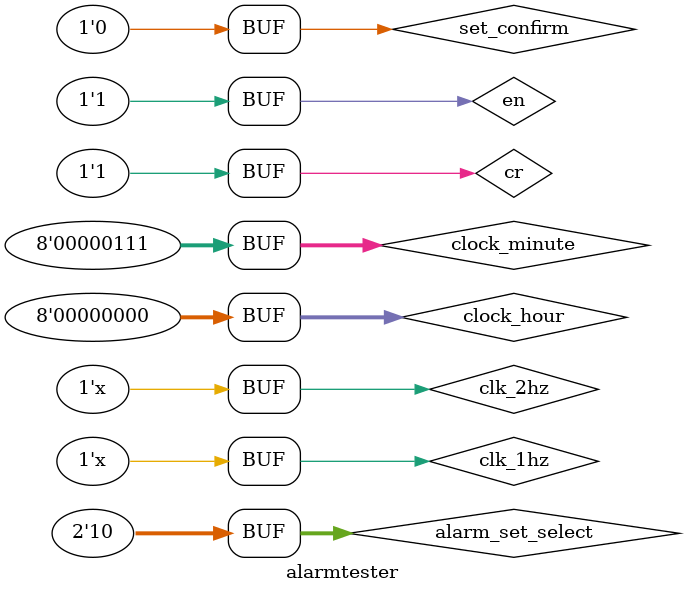
<source format=v>
`timescale 1ns / 1ps


module alarmtester;

	// Inputs
	reg clk_1hz;
	reg clk_2hz;
	reg cr;
	reg en;
	reg [1:0] alarm_set_select;
	reg set_confirm;
	reg [7:0] clock_hour;
	reg [7:0] clock_minute;

	// Outputs
	wire [7:0] alarm_hour;
	wire [7:0] alarm_minute;
	wire alarm;

	// Instantiate the Unit Under Test (UUT)
	ClockAlarm uut (
		.clk_1hz(clk_1hz), 
		.clk_2hz(clk_2hz), 
		.cr(cr), 
		.en(en), 
		.alarm_set_select(alarm_set_select), 
		.set_confirm(set_confirm), 
		.clock_hour(clock_hour), 
		.clock_minute(clock_minute), 
		.alarm_hour(alarm_hour), 
		.alarm_minute(alarm_minute), 
		.alarm(alarm)
	);

	initial begin
		// Initialize Inputs
		clk_1hz = 0;
		clk_2hz = 0;
		cr = 1;
		en = 0;
		alarm_set_select = 2'b10;
		set_confirm = 0;
		clock_hour = 8'h00;
		clock_minute = 8'h10;

		// Wait 100 ns for global reset to finish
		#100;
		en=1;
		#1;
		cr=0;
		#1;
		cr=1;
      set_confirm=1;
		#30
		set_confirm=0;
		#20
		clock_minute = 8'h07;
		// Add stimulus here

	end
      always clk_1hz=#2~clk_1hz;
		always clk_2hz=#1~clk_2hz;
endmodule


</source>
